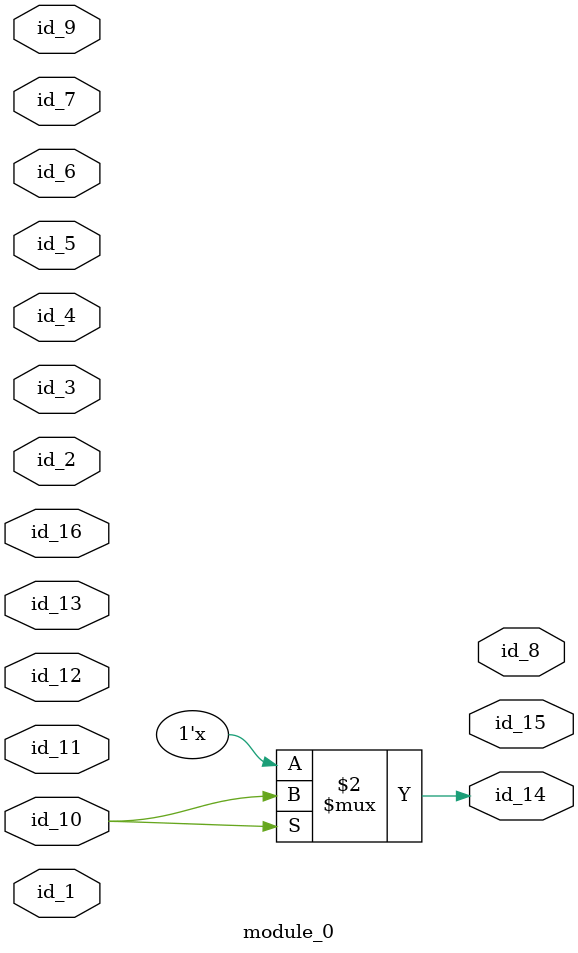
<source format=v>
module module_0 (
    id_1,
    id_2,
    id_3,
    id_4,
    id_5,
    id_6,
    id_7,
    id_8,
    id_9,
    id_10,
    id_11,
    id_12,
    id_13,
    id_14,
    id_15,
    id_16
);
  inout id_16;
  output id_15;
  output id_14;
  inout id_13;
  inout id_12;
  inout id_11;
  inout id_10;
  input id_9;
  output id_8;
  inout id_7;
  input id_6;
  input id_5;
  inout id_4;
  inout id_3;
  inout id_2;
  inout id_1;
  initial begin
    if (id_10) begin
      id_14 <= (id_10);
      if (1) begin
        id_4[1] <= 1;
      end
    end
  end
endmodule

</source>
